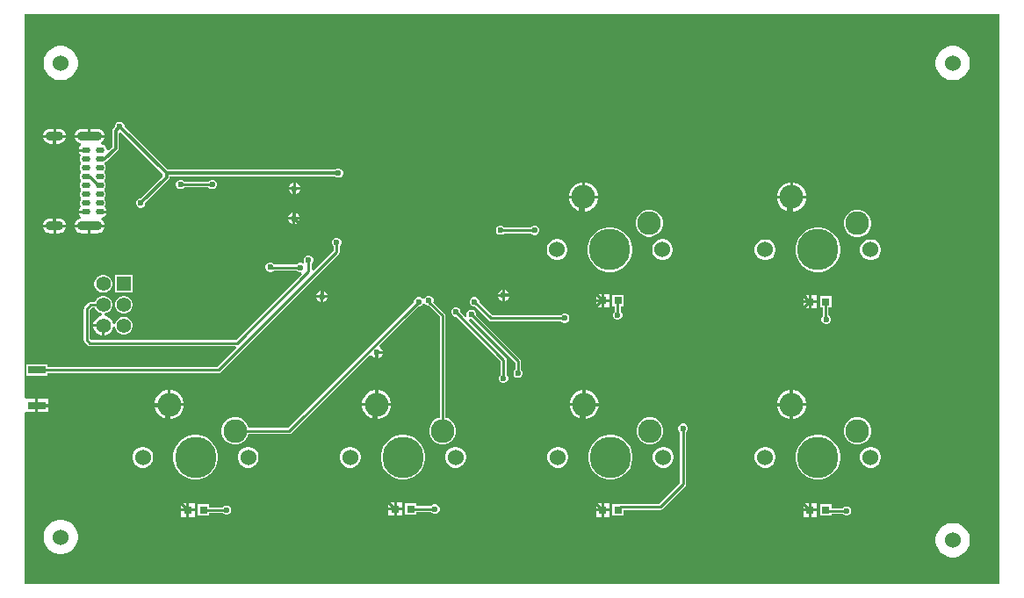
<source format=gbl>
G04*
G04 #@! TF.GenerationSoftware,Altium Limited,CircuitMaker,2.2.1 (2.2.1.6)*
G04*
G04 Layer_Physical_Order=2*
G04 Layer_Color=11436288*
%FSTAX43Y43*%
%MOMM*%
G71*
G04*
G04 #@! TF.SameCoordinates,C8B466FA-36BC-4938-8632-075A3B1F3AF2*
G04*
G04*
G04 #@! TF.FilePolarity,Positive*
G04*
G01*
G75*
%ADD10C,0.254*%
%ADD42C,0.304*%
%ADD43C,0.354*%
%ADD44C,1.524*%
%ADD45C,2.286*%
%ADD46C,3.988*%
%ADD47C,1.397*%
%ADD48R,1.397X1.397*%
%ADD49O,2.400X0.900*%
%ADD50O,0.850X0.580*%
%ADD51O,1.700X0.900*%
%ADD52C,0.600*%
%ADD53R,1.700X0.800*%
%ADD54R,0.800X0.800*%
G36*
X01195Y00258D02*
X00255D01*
Y0042186D01*
X0025596Y0042346D01*
X00257Y0042346D01*
X0026573D01*
Y0043D01*
Y0043654D01*
X00257D01*
X0025596Y0043654D01*
X00255Y0043814D01*
Y00807D01*
X01195D01*
Y00258D01*
D02*
G37*
%LPC*%
G36*
X0115163Y007765D02*
X0114837D01*
X0114519Y0077587D01*
X0114218Y0077462D01*
X0113948Y0077282D01*
X0113718Y0077052D01*
X0113538Y0076782D01*
X0113413Y0076481D01*
X011335Y0076163D01*
Y0075837D01*
X0113413Y0075519D01*
X0113538Y0075218D01*
X0113718Y0074948D01*
X0113948Y0074718D01*
X0114218Y0074538D01*
X0114519Y0074413D01*
X0114837Y007435D01*
X0115163D01*
X0115481Y0074413D01*
X0115782Y0074538D01*
X0116052Y0074718D01*
X0116282Y0074948D01*
X0116462Y0075218D01*
X0116587Y0075519D01*
X011665Y0075837D01*
Y0076163D01*
X0116587Y0076481D01*
X0116462Y0076782D01*
X0116282Y0077052D01*
X0116052Y0077282D01*
X0115782Y0077462D01*
X0115481Y0077587D01*
X0115163Y007765D01*
D02*
G37*
G36*
X0029163D02*
X0028837D01*
X0028519Y0077587D01*
X0028218Y0077462D01*
X0027948Y0077282D01*
X0027718Y0077052D01*
X0027538Y0076782D01*
X0027413Y0076481D01*
X002735Y0076163D01*
Y0075837D01*
X0027413Y0075519D01*
X0027538Y0075218D01*
X0027718Y0074948D01*
X0027948Y0074718D01*
X0028218Y0074538D01*
X0028519Y0074413D01*
X0028837Y007435D01*
X0029163D01*
X0029481Y0074413D01*
X0029782Y0074538D01*
X0030052Y0074718D01*
X0030282Y0074948D01*
X0030462Y0075218D01*
X0030587Y0075519D01*
X003065Y0075837D01*
Y0076163D01*
X0030587Y0076481D01*
X0030462Y0076782D01*
X0030282Y0077052D01*
X0030052Y0077282D01*
X0029782Y0077462D01*
X0029481Y0077587D01*
X0029163Y007765D01*
D02*
G37*
G36*
X003253Y006966D02*
X0031907D01*
Y0069077D01*
X0033223D01*
X0033216Y0069134D01*
X0033145Y0069305D01*
X0033032Y0069452D01*
X0032885Y0069565D01*
X0032714Y0069636D01*
X003253Y006966D01*
D02*
G37*
G36*
X0031653D02*
X003103D01*
X0030846Y0069636D01*
X0030675Y0069565D01*
X0030528Y0069452D01*
X0030415Y0069305D01*
X0030344Y0069134D01*
X0030337Y0069077D01*
X0031653D01*
Y006966D01*
D02*
G37*
G36*
X00288D02*
X0028527D01*
Y0069077D01*
X0029493D01*
X0029486Y0069134D01*
X0029415Y0069305D01*
X0029302Y0069452D01*
X0029155Y0069565D01*
X0028984Y0069636D01*
X00288Y006966D01*
D02*
G37*
G36*
X0028273D02*
X0028D01*
X0027816Y0069636D01*
X0027645Y0069565D01*
X0027498Y0069452D01*
X0027385Y0069305D01*
X0027314Y0069134D01*
X0027307Y0069077D01*
X0028273D01*
Y006966D01*
D02*
G37*
G36*
X0029493Y0068823D02*
X0028527D01*
Y006824D01*
X00288D01*
X0028984Y0068264D01*
X0029155Y0068335D01*
X0029302Y0068448D01*
X0029415Y0068595D01*
X0029486Y0068766D01*
X0029493Y0068823D01*
D02*
G37*
G36*
X0028273D02*
X0027307D01*
X0027314Y0068766D01*
X0027385Y0068595D01*
X0027498Y0068448D01*
X0027645Y0068335D01*
X0027816Y0068264D01*
X0028Y006824D01*
X0028273D01*
Y0068823D01*
D02*
G37*
G36*
X003479Y007035D02*
X003461D01*
X0034445Y0070281D01*
X0034319Y0070155D01*
X003425Y006999D01*
Y0069885D01*
X0034082Y0069718D01*
X0034016Y0069618D01*
X0033992Y00695D01*
Y0067928D01*
X0033642Y0067578D01*
X0033597Y0067583D01*
X0033438Y0067657D01*
X0033407Y0067812D01*
X0033287Y0067992D01*
X0033107Y0068112D01*
X0032947Y0068144D01*
X0032902Y0068284D01*
X0032905Y006835D01*
X0033032Y0068448D01*
X0033145Y0068595D01*
X0033216Y0068766D01*
X0033223Y0068823D01*
X0030337D01*
X0030344Y0068766D01*
X0030415Y0068595D01*
X0030528Y0068448D01*
X0030675Y0068335D01*
X0030846Y0068264D01*
X0030916Y0068255D01*
X0030965Y0068047D01*
X0030883Y0067992D01*
X0030763Y0067812D01*
X0030746Y0067727D01*
X003141D01*
Y0067473D01*
X0030746D01*
X0030763Y0067388D01*
X003086Y0067242D01*
X0030958Y0067067D01*
X0030861Y0066922D01*
X0030826Y006675D01*
X0030861Y0066578D01*
X0030958Y0066433D01*
Y0066217D01*
X0030861Y0066072D01*
X0030826Y00659D01*
X0030861Y0065728D01*
X0030958Y0065583D01*
Y0065367D01*
X0030861Y0065222D01*
X0030826Y006505D01*
X0030861Y0064878D01*
X0030958Y0064733D01*
Y0064517D01*
X0030861Y0064372D01*
X0030826Y00642D01*
X0030861Y0064028D01*
X0030958Y0063883D01*
Y0063667D01*
X0030861Y0063522D01*
X0030826Y006335D01*
X0030861Y0063178D01*
X0030958Y0063033D01*
Y0062817D01*
X0030861Y0062672D01*
X0030826Y00625D01*
X0030861Y0062328D01*
X0030958Y0062183D01*
X003086Y0062008D01*
X0030763Y0061862D01*
X0030746Y0061777D01*
X003141D01*
Y0061523D01*
X0030746D01*
X0030763Y0061438D01*
X0030883Y0061258D01*
X0030965Y0061203D01*
X0030916Y0060995D01*
X0030846Y0060986D01*
X0030675Y0060915D01*
X0030528Y0060802D01*
X0030415Y0060655D01*
X0030344Y0060484D01*
X0030337Y0060427D01*
X0033223D01*
X0033216Y0060484D01*
X0033145Y0060655D01*
X0033032Y0060802D01*
X0032905Y00609D01*
X0032902Y0060966D01*
X0032947Y0061106D01*
X0033107Y0061138D01*
X0033287Y0061258D01*
X0033407Y0061438D01*
X0033424Y0061523D01*
X003276D01*
Y0061777D01*
X0033424D01*
X0033407Y0061862D01*
X003331Y0062008D01*
X0033212Y0062183D01*
X0033309Y0062328D01*
X0033344Y00625D01*
X0033309Y0062672D01*
X0033212Y0062817D01*
Y0063033D01*
X0033309Y0063178D01*
X0033344Y006335D01*
X0033309Y0063522D01*
X0033212Y0063667D01*
Y0063883D01*
X0033309Y0064028D01*
X0033344Y00642D01*
X0033309Y0064372D01*
X0033212Y0064517D01*
Y0064733D01*
X0033309Y0064878D01*
X0033344Y006505D01*
X0033309Y0065222D01*
X0033212Y0065367D01*
Y0065583D01*
X0033309Y0065728D01*
X0033344Y00659D01*
X0033309Y0066072D01*
X0033212Y0066217D01*
Y0066252D01*
X003325Y0066442D01*
X0033368Y0066466D01*
X0033468Y0066532D01*
X0034518Y0067582D01*
X0034518Y0067582D01*
X0034584Y0067682D01*
X0034608Y00678D01*
X0034608Y00678D01*
Y0069227D01*
X0034781Y006934D01*
X0034835Y0069329D01*
X0038853Y0065311D01*
Y0065089D01*
X0036715Y006295D01*
X003661D01*
X0036445Y0062881D01*
X0036319Y0062755D01*
X003625Y006259D01*
Y006241D01*
X0036319Y0062245D01*
X0036445Y0062119D01*
X003661Y006205D01*
X003679D01*
X0036955Y0062119D01*
X0037081Y0062245D01*
X003715Y006241D01*
Y0062515D01*
X0039418Y0064782D01*
X0039418Y0064782D01*
X0039485Y0064882D01*
X0039508Y0065D01*
Y0065092D01*
X0055459D01*
X0055532Y0065018D01*
X0055698Y006495D01*
X0055877D01*
X0056042Y0065018D01*
X0056169Y0065145D01*
X0056237Y006531D01*
Y0065489D01*
X0056169Y0065655D01*
X0056042Y0065781D01*
X0055877Y006585D01*
X0055698D01*
X0055532Y0065781D01*
X0055459Y0065708D01*
X0039328D01*
X003515Y0069885D01*
Y006999D01*
X0035081Y0070155D01*
X0034955Y0070281D01*
X003479Y007035D01*
D02*
G37*
G36*
X004369Y006475D02*
X004351D01*
X0043345Y0064681D01*
X0043239Y0064575D01*
X0040904D01*
X0040805Y0064674D01*
X004064Y0064743D01*
X0040461D01*
X0040295Y0064674D01*
X0040169Y0064548D01*
X00401Y0064382D01*
Y0064203D01*
X0040169Y0064038D01*
X0040295Y0063911D01*
X0040461Y0063843D01*
X004064D01*
X0040805Y0063911D01*
X0040904Y006401D01*
X0043253D01*
X0043345Y0063919D01*
X004351Y006385D01*
X004369D01*
X0043855Y0063919D01*
X0043981Y0064045D01*
X004405Y006421D01*
Y006439D01*
X0043981Y0064555D01*
X0043855Y0064681D01*
X004369Y006475D01*
D02*
G37*
G36*
X005165Y0064468D02*
Y0064048D01*
X005207D01*
X0051993Y0064235D01*
X0051837Y006439D01*
X005165Y0064468D01*
D02*
G37*
G36*
X0051396D02*
X0051209Y006439D01*
X0051054Y0064235D01*
X0050976Y0064048D01*
X0051396D01*
Y0064468D01*
D02*
G37*
G36*
X005207Y0063794D02*
X005165D01*
Y0063374D01*
X0051837Y0063451D01*
X0051993Y0063607D01*
X005207Y0063794D01*
D02*
G37*
G36*
X0051396D02*
X0050976D01*
X0051054Y0063607D01*
X0051209Y0063451D01*
X0051396Y0063374D01*
Y0063794D01*
D02*
G37*
G36*
X0079584Y0064497D02*
X0079527D01*
Y0063227D01*
X0080797D01*
Y0063284D01*
X0080702Y0063639D01*
X0080518Y0063958D01*
X0080258Y0064218D01*
X0079939Y0064402D01*
X0079584Y0064497D01*
D02*
G37*
G36*
X0079273D02*
X0079216D01*
X0078861Y0064402D01*
X0078542Y0064218D01*
X0078282Y0063958D01*
X0078098Y0063639D01*
X0078003Y0063284D01*
Y0063227D01*
X0079273D01*
Y0064497D01*
D02*
G37*
G36*
X0099644Y0064477D02*
X0099587D01*
Y0063207D01*
X0100857D01*
Y0063264D01*
X0100762Y0063619D01*
X0100578Y0063938D01*
X0100318Y0064198D01*
X0099999Y0064382D01*
X0099644Y0064477D01*
D02*
G37*
G36*
X0099333D02*
X0099276D01*
X0098921Y0064382D01*
X0098602Y0064198D01*
X0098342Y0063938D01*
X0098158Y0063619D01*
X0098063Y0063264D01*
Y0063207D01*
X0099333D01*
Y0064477D01*
D02*
G37*
G36*
X0080797Y0062973D02*
X0079527D01*
Y0061703D01*
X0079584D01*
X0079939Y0061798D01*
X0080258Y0061982D01*
X0080518Y0062242D01*
X0080702Y0062561D01*
X0080797Y0062916D01*
Y0062973D01*
D02*
G37*
G36*
X0079273D02*
X0078003D01*
Y0062916D01*
X0078098Y0062561D01*
X0078282Y0062242D01*
X0078542Y0061982D01*
X0078861Y0061798D01*
X0079216Y0061703D01*
X0079273D01*
Y0062973D01*
D02*
G37*
G36*
X0100857Y0062953D02*
X0099587D01*
Y0061683D01*
X0099644D01*
X0099999Y0061778D01*
X0100318Y0061962D01*
X0100578Y0062222D01*
X0100762Y0062541D01*
X0100857Y0062896D01*
Y0062953D01*
D02*
G37*
G36*
X0099333D02*
X0098063D01*
Y0062896D01*
X0098158Y0062541D01*
X0098342Y0062222D01*
X0098602Y0061962D01*
X0098921Y0061778D01*
X0099276Y0061683D01*
X0099333D01*
Y0062953D01*
D02*
G37*
G36*
X0051634Y0061584D02*
Y0061164D01*
X0052054D01*
X0051977Y0061351D01*
X0051821Y0061507D01*
X0051634Y0061584D01*
D02*
G37*
G36*
X005138D02*
X0051193Y0061507D01*
X0051038Y0061351D01*
X005096Y0061164D01*
X005138D01*
Y0061584D01*
D02*
G37*
G36*
X0052054Y006091D02*
X0051634D01*
Y006049D01*
X0051821Y0060568D01*
X0051977Y0060723D01*
X0052054Y006091D01*
D02*
G37*
G36*
X005138D02*
X005096D01*
X0051038Y0060723D01*
X0051193Y0060568D01*
X005138Y006049D01*
Y006091D01*
D02*
G37*
G36*
X00288Y006101D02*
X0028527D01*
Y0060427D01*
X0029493D01*
X0029486Y0060484D01*
X0029415Y0060655D01*
X0029302Y0060802D01*
X0029155Y0060915D01*
X0028984Y0060986D01*
X00288Y006101D01*
D02*
G37*
G36*
X0028273D02*
X0028D01*
X0027816Y0060986D01*
X0027645Y0060915D01*
X0027498Y0060802D01*
X0027385Y0060655D01*
X0027314Y0060484D01*
X0027307Y0060427D01*
X0028273D01*
Y006101D01*
D02*
G37*
G36*
X0033223Y0060173D02*
X0031907D01*
Y005959D01*
X003253D01*
X0032714Y0059614D01*
X0032885Y0059685D01*
X0033032Y0059798D01*
X0033145Y0059945D01*
X0033216Y0060116D01*
X0033223Y0060173D01*
D02*
G37*
G36*
X0031653D02*
X0030337D01*
X0030344Y0060116D01*
X0030415Y0059945D01*
X0030528Y0059798D01*
X0030675Y0059685D01*
X0030846Y0059614D01*
X003103Y005959D01*
X0031653D01*
Y0060173D01*
D02*
G37*
G36*
X0029493D02*
X0028527D01*
Y005959D01*
X00288D01*
X0028984Y0059614D01*
X0029155Y0059685D01*
X0029302Y0059798D01*
X0029415Y0059945D01*
X0029486Y0060116D01*
X0029493Y0060173D01*
D02*
G37*
G36*
X0028273D02*
X0027307D01*
X0027314Y0060116D01*
X0027385Y0059945D01*
X0027498Y0059798D01*
X0027645Y0059685D01*
X0027816Y0059614D01*
X0028Y005959D01*
X0028273D01*
Y0060173D01*
D02*
G37*
G36*
X007149Y006035D02*
X007131D01*
X0071145Y0060281D01*
X0071019Y0060155D01*
X007095Y005999D01*
Y005981D01*
X0071019Y0059645D01*
X0071145Y0059519D01*
X007131Y005945D01*
X007149D01*
X0071655Y0059519D01*
X0071731Y0059595D01*
X0074327D01*
X0074426Y0059496D01*
X0074591Y0059427D01*
X007477D01*
X0074936Y0059496D01*
X0075062Y0059622D01*
X0075131Y0059788D01*
Y0059967D01*
X0075062Y0060132D01*
X0074936Y0060259D01*
X007477Y0060327D01*
X0074591D01*
X0074426Y0060259D01*
X0074327Y006016D01*
X0071777D01*
X0071655Y0060281D01*
X007149Y006035D01*
D02*
G37*
G36*
X008592Y0061853D02*
X008558D01*
X0085251Y0061765D01*
X0084956Y0061595D01*
X0084715Y0061354D01*
X0084545Y0061059D01*
X0084457Y006073D01*
Y006039D01*
X0084545Y0060061D01*
X0084715Y0059766D01*
X0084956Y0059525D01*
X0085251Y0059355D01*
X008558Y0059267D01*
X008592D01*
X0086249Y0059355D01*
X0086544Y0059525D01*
X0086785Y0059766D01*
X0086955Y0060061D01*
X0087043Y006039D01*
Y006073D01*
X0086955Y0061059D01*
X0086785Y0061354D01*
X0086544Y0061595D01*
X0086249Y0061765D01*
X008592Y0061853D01*
D02*
G37*
G36*
X010598Y0061833D02*
X010564D01*
X0105311Y0061745D01*
X0105016Y0061575D01*
X0104775Y0061334D01*
X0104605Y0061039D01*
X0104517Y006071D01*
Y006037D01*
X0104605Y0060041D01*
X0104775Y0059746D01*
X0105016Y0059505D01*
X0105311Y0059335D01*
X010564Y0059247D01*
X010598D01*
X0106309Y0059335D01*
X0106604Y0059505D01*
X0106845Y0059746D01*
X0107015Y0060041D01*
X0107103Y006037D01*
Y006071D01*
X0107015Y0061039D01*
X0106845Y0061334D01*
X0106604Y0061575D01*
X0106309Y0061745D01*
X010598Y0061833D01*
D02*
G37*
G36*
X0087152Y0059021D02*
X0086888D01*
X0086634Y0058953D01*
X0086405Y0058821D01*
X0086219Y0058635D01*
X0086087Y0058406D01*
X0086019Y0058152D01*
Y0057888D01*
X0086087Y0057634D01*
X0086219Y0057405D01*
X0086405Y0057219D01*
X0086634Y0057087D01*
X0086888Y0057019D01*
X0087152D01*
X0087406Y0057087D01*
X0087635Y0057219D01*
X0087821Y0057405D01*
X0087953Y0057634D01*
X0088021Y0057888D01*
Y0058152D01*
X0087953Y0058406D01*
X0087821Y0058635D01*
X0087635Y0058821D01*
X0087406Y0058953D01*
X0087152Y0059021D01*
D02*
G37*
G36*
X0076992D02*
X0076728D01*
X0076474Y0058953D01*
X0076245Y0058821D01*
X0076059Y0058635D01*
X0075927Y0058406D01*
X0075859Y0058152D01*
Y0057888D01*
X0075927Y0057634D01*
X0076059Y0057405D01*
X0076245Y0057219D01*
X0076474Y0057087D01*
X0076728Y0057019D01*
X0076992D01*
X0077246Y0057087D01*
X0077475Y0057219D01*
X0077661Y0057405D01*
X0077793Y0057634D01*
X0077861Y0057888D01*
Y0058152D01*
X0077793Y0058406D01*
X0077661Y0058635D01*
X0077475Y0058821D01*
X0077246Y0058953D01*
X0076992Y0059021D01*
D02*
G37*
G36*
X0107212Y0059001D02*
X0106948D01*
X0106694Y0058933D01*
X0106465Y0058801D01*
X0106279Y0058615D01*
X0106147Y0058386D01*
X0106079Y0058132D01*
Y0057868D01*
X0106147Y0057614D01*
X0106279Y0057385D01*
X0106465Y0057199D01*
X0106694Y0057067D01*
X0106948Y0056999D01*
X0107212D01*
X0107466Y0057067D01*
X0107695Y0057199D01*
X0107881Y0057385D01*
X0108013Y0057614D01*
X0108081Y0057868D01*
Y0058132D01*
X0108013Y0058386D01*
X0107881Y0058615D01*
X0107695Y0058801D01*
X0107466Y0058933D01*
X0107212Y0059001D01*
D02*
G37*
G36*
X0097052D02*
X0096788D01*
X0096534Y0058933D01*
X0096305Y0058801D01*
X0096119Y0058615D01*
X0095987Y0058386D01*
X0095919Y0058132D01*
Y0057868D01*
X0095987Y0057614D01*
X0096119Y0057385D01*
X0096305Y0057199D01*
X0096534Y0057067D01*
X0096788Y0056999D01*
X0097052D01*
X0097306Y0057067D01*
X0097535Y0057199D01*
X0097721Y0057385D01*
X0097853Y0057614D01*
X0097921Y0057868D01*
Y0058132D01*
X0097853Y0058386D01*
X0097721Y0058615D01*
X0097535Y0058801D01*
X0097306Y0058933D01*
X0097052Y0059001D01*
D02*
G37*
G36*
X005569Y005915D02*
X005551D01*
X0055345Y0059081D01*
X0055219Y0058955D01*
X005515Y005879D01*
Y005861D01*
X0055219Y0058445D01*
X0055318Y0058346D01*
Y0057917D01*
X0053382Y0055982D01*
X0053182Y0056065D01*
Y0056646D01*
X0053281Y0056745D01*
X005335Y005691D01*
Y005709D01*
X0053281Y0057255D01*
X0053155Y0057381D01*
X005299Y005745D01*
X005281D01*
X0052645Y0057381D01*
X0052519Y0057255D01*
X005245Y005709D01*
Y005691D01*
X0052484Y0056828D01*
X0052422Y0056757D01*
X0052323Y0056695D01*
X005219Y005675D01*
X005201D01*
X0051845Y0056681D01*
X0051746Y0056582D01*
X0049576D01*
X0049466Y0056693D01*
X00493Y0056761D01*
X0049121D01*
X0048956Y0056693D01*
X0048829Y0056566D01*
X0048761Y0056401D01*
Y0056222D01*
X0048829Y0056056D01*
X0048956Y005593D01*
X0049121Y0055861D01*
X00493D01*
X0049466Y005593D01*
X0049554Y0056018D01*
X0051746D01*
X0051845Y0055919D01*
X005201Y005585D01*
X0052168D01*
X0052213Y0055794D01*
X0052266Y0055665D01*
X0045883Y0049282D01*
X0031917D01*
X0031782Y0049417D01*
Y0052183D01*
X0032017Y0052418D01*
X0032297D01*
X0032309Y0052372D01*
X0032421Y0052179D01*
X0032579Y0052021D01*
X0032772Y0051909D01*
X0032988Y0051852D01*
X0032986Y0051653D01*
X0032975D01*
X0032732Y0051588D01*
X0032515Y0051462D01*
X0032338Y0051285D01*
X0032212Y0051068D01*
X0032148Y0050827D01*
X00331D01*
Y00507D01*
X0033227D01*
Y0049748D01*
X0033468Y0049812D01*
X0033685Y0049938D01*
X0033862Y0050115D01*
X0033988Y0050332D01*
X0034053Y0050575D01*
Y0050586D01*
X0034251Y0050588D01*
X0034309Y0050372D01*
X0034421Y0050179D01*
X0034579Y0050021D01*
X0034772Y0049909D01*
X0034988Y0049852D01*
X0035212D01*
X0035428Y0049909D01*
X0035621Y0050021D01*
X0035779Y0050179D01*
X0035891Y0050372D01*
X0035949Y0050588D01*
Y0050812D01*
X0035891Y0051028D01*
X0035779Y0051221D01*
X0035621Y0051379D01*
X0035428Y0051491D01*
X0035212Y0051549D01*
X0034988D01*
X0034772Y0051491D01*
X0034579Y0051379D01*
X0034421Y0051221D01*
X0034309Y0051028D01*
X0034251Y0050812D01*
X0034053Y0050814D01*
Y0050825D01*
X0033988Y0051068D01*
X0033862Y0051285D01*
X0033685Y0051462D01*
X0033468Y0051588D01*
X0033225Y0051653D01*
X0033214D01*
X0033212Y0051852D01*
X0033428Y0051909D01*
X0033621Y0052021D01*
X0033779Y0052179D01*
X0033891Y0052372D01*
X0033949Y0052588D01*
Y0052812D01*
X0033891Y0053028D01*
X0033779Y0053221D01*
X0033621Y0053379D01*
X0033428Y0053491D01*
X0033212Y0053549D01*
X0032988D01*
X0032772Y0053491D01*
X0032579Y0053379D01*
X0032421Y0053221D01*
X0032309Y0053028D01*
X0032297Y0052982D01*
X00319D01*
X00319Y0052982D01*
X0031792Y0052961D01*
X00317Y00529D01*
X00317Y00529D01*
X00313Y00525D01*
X0031239Y0052408D01*
X0031218Y00523D01*
X0031218Y00523D01*
Y00493D01*
X0031218Y00493D01*
X0031239Y0049192D01*
X00313Y00491D01*
X00316Y00488D01*
X00316Y00488D01*
X0031692Y0048739D01*
X00318Y0048718D01*
X00318Y0048718D01*
X0045835D01*
X0045918Y0048518D01*
X0044083Y0046682D01*
X00277D01*
Y004695D01*
X00257D01*
Y004585D01*
X00277D01*
Y0046118D01*
X00442D01*
X00442Y0046118D01*
X0044308Y0046139D01*
X00444Y00462D01*
X00558Y00576D01*
X00558Y00576D01*
X0055861Y0057692D01*
X0055882Y00578D01*
X0055882Y00578D01*
Y0058346D01*
X0055981Y0058445D01*
X005605Y005861D01*
Y005879D01*
X0055981Y0058955D01*
X0055855Y0059081D01*
X005569Y005915D01*
D02*
G37*
G36*
X0082151Y0060164D02*
X0081729D01*
X0081315Y0060082D01*
X0080924Y005992D01*
X0080573Y0059685D01*
X0080275Y0059387D01*
X008004Y0059036D01*
X0079878Y0058645D01*
X0079796Y0058231D01*
Y0057809D01*
X0079878Y0057395D01*
X008004Y0057004D01*
X0080275Y0056653D01*
X0080573Y0056355D01*
X0080924Y005612D01*
X0081315Y0055958D01*
X0081729Y0055876D01*
X0082151D01*
X0082565Y0055958D01*
X0082956Y005612D01*
X0083307Y0056355D01*
X0083605Y0056653D01*
X008384Y0057004D01*
X0084002Y0057395D01*
X0084084Y0057809D01*
Y0058231D01*
X0084002Y0058645D01*
X008384Y0059036D01*
X0083605Y0059387D01*
X0083307Y0059685D01*
X0082956Y005992D01*
X0082565Y0060082D01*
X0082151Y0060164D01*
D02*
G37*
G36*
X0102211Y0060144D02*
X0101789D01*
X0101375Y0060062D01*
X0100984Y00599D01*
X0100633Y0059665D01*
X0100335Y0059367D01*
X01001Y0059016D01*
X0099938Y0058625D01*
X0099856Y0058211D01*
Y0057789D01*
X0099938Y0057375D01*
X01001Y0056984D01*
X0100335Y0056633D01*
X0100633Y0056335D01*
X0100984Y00561D01*
X0101375Y0055938D01*
X0101789Y0055856D01*
X0102211D01*
X0102625Y0055938D01*
X0103016Y00561D01*
X0103367Y0056335D01*
X0103665Y0056633D01*
X01039Y0056984D01*
X0104062Y0057375D01*
X0104144Y0057789D01*
Y0058211D01*
X0104062Y0058625D01*
X01039Y0059016D01*
X0103665Y0059367D01*
X0103367Y0059665D01*
X0103016Y00599D01*
X0102625Y0060062D01*
X0102211Y0060144D01*
D02*
G37*
G36*
X0035949Y0055549D02*
X0034251D01*
Y0053852D01*
X0035949D01*
Y0055549D01*
D02*
G37*
G36*
X0033212D02*
X0032988D01*
X0032772Y0055491D01*
X0032579Y0055379D01*
X0032421Y0055221D01*
X0032309Y0055028D01*
X0032251Y0054812D01*
Y0054588D01*
X0032309Y0054372D01*
X0032421Y0054179D01*
X0032579Y0054021D01*
X0032772Y0053909D01*
X0032988Y0053852D01*
X0033212D01*
X0033428Y0053909D01*
X0033621Y0054021D01*
X0033779Y0054179D01*
X0033891Y0054372D01*
X0033949Y0054588D01*
Y0054812D01*
X0033891Y0055028D01*
X0033779Y0055221D01*
X0033621Y0055379D01*
X0033428Y0055491D01*
X0033212Y0055549D01*
D02*
G37*
G36*
X0071827Y0054147D02*
Y0053727D01*
X0072247D01*
X007217Y0053914D01*
X0072014Y005407D01*
X0071827Y0054147D01*
D02*
G37*
G36*
X0071573D02*
X0071386Y005407D01*
X007123Y0053914D01*
X0071153Y0053727D01*
X0071573D01*
Y0054147D01*
D02*
G37*
G36*
X0054327Y0054047D02*
Y0053627D01*
X0054747D01*
X005467Y0053814D01*
X0054514Y005397D01*
X0054327Y0054047D01*
D02*
G37*
G36*
X0054073D02*
X0053886Y005397D01*
X005373Y0053814D01*
X0053653Y0053627D01*
X0054073D01*
Y0054047D01*
D02*
G37*
G36*
X006459Y005355D02*
X006441D01*
X0064245Y0053481D01*
X0064119Y0053355D01*
X0064088Y005328D01*
X0063966Y0053265D01*
X0063867Y005327D01*
X0063755Y0053381D01*
X006359Y005345D01*
X006341D01*
X0063245Y0053381D01*
X0063119Y0053255D01*
X006305Y005309D01*
Y0052949D01*
X0050923Y0040822D01*
X0047073D01*
X0047015Y0041039D01*
X0046845Y0041334D01*
X0046604Y0041575D01*
X0046309Y0041745D01*
X004598Y0041833D01*
X004564D01*
X0045311Y0041745D01*
X0045016Y0041575D01*
X0044775Y0041334D01*
X0044605Y0041039D01*
X0044517Y004071D01*
Y004037D01*
X0044605Y0040041D01*
X0044775Y0039746D01*
X0045016Y0039505D01*
X0045311Y0039335D01*
X004564Y0039247D01*
X004598D01*
X0046309Y0039335D01*
X0046604Y0039505D01*
X0046845Y0039746D01*
X0047015Y0040041D01*
X0047073Y0040258D01*
X005104D01*
X005104Y0040258D01*
X0051148Y0040279D01*
X005124Y004034D01*
X0058776Y0047877D01*
X0059012Y004783D01*
X005903Y0047786D01*
X0059186Y004763D01*
X0059373Y0047553D01*
Y00481D01*
X00595D01*
Y0048227D01*
X0060047D01*
X005997Y0048414D01*
X0059814Y004857D01*
X005977Y0048588D01*
X0059723Y0048824D01*
X0063449Y005255D01*
X006359D01*
X0063755Y0052619D01*
X0063881Y0052745D01*
X0063912Y005282D01*
X0064034Y0052835D01*
X0064133Y005283D01*
X0064245Y0052719D01*
X006441Y005265D01*
X0064451D01*
X0065528Y0051573D01*
Y0041803D01*
X0065311Y0041745D01*
X0065016Y0041575D01*
X0064775Y0041334D01*
X0064605Y0041039D01*
X0064517Y004071D01*
Y004037D01*
X0064605Y0040041D01*
X0064775Y0039746D01*
X0065016Y0039505D01*
X0065311Y0039335D01*
X006564Y0039247D01*
X006598D01*
X0066309Y0039335D01*
X0066604Y0039505D01*
X0066845Y0039746D01*
X0067015Y0040041D01*
X0067103Y004037D01*
Y004071D01*
X0067015Y0041039D01*
X0066845Y0041334D01*
X0066604Y0041575D01*
X0066309Y0041745D01*
X0066092Y0041803D01*
Y005169D01*
X0066092Y005169D01*
X0066071Y0051798D01*
X006601Y005189D01*
X006601Y005189D01*
X0064932Y0052967D01*
X006495Y005301D01*
Y005319D01*
X0064881Y0053355D01*
X0064755Y0053481D01*
X006459Y005355D01*
D02*
G37*
G36*
X0081904Y0053754D02*
X0081377D01*
Y0053227D01*
X0081904D01*
Y0053754D01*
D02*
G37*
G36*
X0081123D02*
X0080596D01*
Y0053227D01*
X0081123D01*
Y0053754D01*
D02*
G37*
G36*
X0101904Y0053654D02*
X0101377D01*
Y0053127D01*
X0101904D01*
Y0053654D01*
D02*
G37*
G36*
X0101123D02*
X0100596D01*
Y0053127D01*
X0101123D01*
Y0053654D01*
D02*
G37*
G36*
X0072247Y0053473D02*
X0071827D01*
Y0053053D01*
X0072014Y005313D01*
X007217Y0053286D01*
X0072247Y0053473D01*
D02*
G37*
G36*
X0071573D02*
X0071153D01*
X007123Y0053286D01*
X0071386Y005313D01*
X0071573Y0053053D01*
Y0053473D01*
D02*
G37*
G36*
X0054747Y0053373D02*
X0054327D01*
Y0052953D01*
X0054514Y005303D01*
X005467Y0053186D01*
X0054747Y0053373D01*
D02*
G37*
G36*
X0054073D02*
X0053653D01*
X005373Y0053186D01*
X0053886Y005303D01*
X0054073Y0052953D01*
Y0053373D01*
D02*
G37*
G36*
X0081904Y0052973D02*
X0081377D01*
Y0052446D01*
X0081904D01*
Y0052973D01*
D02*
G37*
G36*
X0081123D02*
X0080596D01*
Y0052446D01*
X0081123D01*
Y0052973D01*
D02*
G37*
G36*
X0101904Y0052873D02*
X0101377D01*
Y0052346D01*
X0101904D01*
Y0052873D01*
D02*
G37*
G36*
X0101123D02*
X0100596D01*
Y0052346D01*
X0101123D01*
Y0052873D01*
D02*
G37*
G36*
X0035212Y0053549D02*
X0034988D01*
X0034772Y0053491D01*
X0034579Y0053379D01*
X0034421Y0053221D01*
X0034309Y0053028D01*
X0034251Y0052812D01*
Y0052588D01*
X0034309Y0052372D01*
X0034421Y0052179D01*
X0034579Y0052021D01*
X0034772Y0051909D01*
X0034988Y0051852D01*
X0035212D01*
X0035428Y0051909D01*
X0035621Y0052021D01*
X0035779Y0052179D01*
X0035891Y0052372D01*
X0035949Y0052588D01*
Y0052812D01*
X0035891Y0053028D01*
X0035779Y0053221D01*
X0035621Y0053379D01*
X0035428Y0053491D01*
X0035212Y0053549D01*
D02*
G37*
G36*
X00833Y005365D02*
X00822D01*
Y005255D01*
X0082418D01*
Y0052054D01*
X0082319Y0051955D01*
X008225Y005179D01*
Y005161D01*
X0082319Y0051445D01*
X0082445Y0051319D01*
X008261Y005125D01*
X008279D01*
X0082955Y0051319D01*
X0083081Y0051445D01*
X008315Y005161D01*
Y005179D01*
X0083081Y0051955D01*
X0082982Y0052054D01*
Y005255D01*
X00833D01*
Y005365D01*
D02*
G37*
G36*
X006899Y005345D02*
X006881D01*
X0068645Y0053381D01*
X0068519Y0053255D01*
X006845Y005309D01*
Y005291D01*
X0068519Y0052745D01*
X0068645Y0052619D01*
X006881Y005255D01*
X0068951D01*
X00703Y00512D01*
X00703Y00512D01*
X0070392Y0051139D01*
X00705Y0051118D01*
X0077246D01*
X0077345Y0051019D01*
X007751Y005095D01*
X007769D01*
X0077855Y0051019D01*
X0077981Y0051145D01*
X007805Y005131D01*
Y005149D01*
X0077981Y0051655D01*
X0077855Y0051781D01*
X007769Y005185D01*
X007751D01*
X0077345Y0051781D01*
X0077246Y0051682D01*
X0070617D01*
X006935Y0052949D01*
Y005309D01*
X0069281Y0053255D01*
X0069155Y0053381D01*
X006899Y005345D01*
D02*
G37*
G36*
X01033Y005355D02*
X01022D01*
Y005245D01*
X0102468D01*
Y0051604D01*
X0102419Y0051555D01*
X010235Y005139D01*
Y005121D01*
X0102419Y0051045D01*
X0102545Y0050919D01*
X010271Y005085D01*
X010289D01*
X0103055Y0050919D01*
X0103181Y0051045D01*
X010325Y005121D01*
Y005139D01*
X0103181Y0051555D01*
X0103055Y0051681D01*
X0103032Y0051691D01*
Y005245D01*
X01033D01*
Y005355D01*
D02*
G37*
G36*
X0032973Y0050573D02*
X0032148D01*
X0032212Y0050332D01*
X0032338Y0050115D01*
X0032515Y0049938D01*
X0032732Y0049812D01*
X0032973Y0049748D01*
Y0050573D01*
D02*
G37*
G36*
X0060047Y0047973D02*
X0059627D01*
Y0047553D01*
X0059814Y004763D01*
X005997Y0047786D01*
X0060047Y0047973D01*
D02*
G37*
G36*
X006719Y005245D02*
X006701D01*
X0066845Y0052381D01*
X0066719Y0052255D01*
X006665Y005209D01*
Y005191D01*
X0066719Y0051745D01*
X0066845Y0051619D01*
X006701Y005155D01*
X0067151D01*
X0071418Y0047283D01*
Y0045954D01*
X0071319Y0045855D01*
X007125Y004569D01*
Y004551D01*
X0071319Y0045345D01*
X0071445Y0045219D01*
X007161Y004515D01*
X007179D01*
X0071955Y0045219D01*
X0072081Y0045345D01*
X007215Y004551D01*
Y004569D01*
X0072081Y0045855D01*
X0071982Y0045954D01*
Y00474D01*
X0071961Y0047508D01*
X00719Y00476D01*
X00719Y00476D01*
X0068305Y0051195D01*
X0068418Y0051364D01*
X0068498Y0051331D01*
X0068638D01*
X0072818Y0047151D01*
Y0046454D01*
X0072719Y0046355D01*
X007265Y004619D01*
Y004601D01*
X0072719Y0045845D01*
X0072845Y0045719D01*
X007301Y004565D01*
X007319D01*
X0073355Y0045719D01*
X0073481Y0045845D01*
X007355Y004601D01*
Y004619D01*
X0073481Y0046355D01*
X0073382Y0046454D01*
Y0047268D01*
X0073361Y0047376D01*
X00733Y0047468D01*
X0069037Y0051731D01*
Y0051871D01*
X0068969Y0052036D01*
X0068842Y0052163D01*
X0068677Y0052231D01*
X0068498D01*
X0068332Y0052163D01*
X0068206Y0052036D01*
X0068137Y0051871D01*
Y0051692D01*
X006817Y0051612D01*
X0068001Y0051499D01*
X006755Y0051949D01*
Y005209D01*
X0067481Y0052255D01*
X0067355Y0052381D01*
X006719Y005245D01*
D02*
G37*
G36*
X0039644Y0044477D02*
X0039587D01*
Y0043207D01*
X0040857D01*
Y0043264D01*
X0040762Y0043619D01*
X0040578Y0043938D01*
X0040318Y0044198D01*
X0039999Y0044382D01*
X0039644Y0044477D01*
D02*
G37*
G36*
X0099644D02*
X0099587D01*
Y0043207D01*
X0100857D01*
Y0043264D01*
X0100762Y0043619D01*
X0100578Y0043938D01*
X0100318Y0044198D01*
X0099999Y0044382D01*
X0099644Y0044477D01*
D02*
G37*
G36*
X0079644D02*
X0079587D01*
Y0043207D01*
X0080857D01*
Y0043264D01*
X0080762Y0043619D01*
X0080578Y0043938D01*
X0080318Y0044198D01*
X0079999Y0044382D01*
X0079644Y0044477D01*
D02*
G37*
G36*
X0059644D02*
X0059587D01*
Y0043207D01*
X0060857D01*
Y0043264D01*
X0060762Y0043619D01*
X0060578Y0043938D01*
X0060318Y0044198D01*
X0059999Y0044382D01*
X0059644Y0044477D01*
D02*
G37*
G36*
X0079333D02*
X0079276D01*
X0078921Y0044382D01*
X0078602Y0044198D01*
X0078342Y0043938D01*
X0078158Y0043619D01*
X0078063Y0043264D01*
Y0043207D01*
X0079333D01*
Y0044477D01*
D02*
G37*
G36*
X0059333D02*
X0059276D01*
X0058921Y0044382D01*
X0058602Y0044198D01*
X0058342Y0043938D01*
X0058158Y0043619D01*
X0058063Y0043264D01*
Y0043207D01*
X0059333D01*
Y0044477D01*
D02*
G37*
G36*
X0039333D02*
X0039276D01*
X0038921Y0044382D01*
X0038602Y0044198D01*
X0038342Y0043938D01*
X0038158Y0043619D01*
X0038063Y0043264D01*
Y0043207D01*
X0039333D01*
Y0044477D01*
D02*
G37*
G36*
X0099333D02*
X0099276D01*
X0098921Y0044382D01*
X0098602Y0044198D01*
X0098342Y0043938D01*
X0098158Y0043619D01*
X0098063Y0043264D01*
Y0043207D01*
X0099333D01*
Y0044477D01*
D02*
G37*
G36*
X0026827Y0043654D02*
Y0043127D01*
X0027804D01*
Y0043654D01*
X0026827D01*
D02*
G37*
G36*
X0027804Y0042873D02*
X0026827D01*
Y0042346D01*
X0027804D01*
Y0042873D01*
D02*
G37*
G36*
X0100857Y0042953D02*
X0099587D01*
Y0041683D01*
X0099644D01*
X0099999Y0041778D01*
X0100318Y0041962D01*
X0100578Y0042222D01*
X0100762Y0042541D01*
X0100857Y0042896D01*
Y0042953D01*
D02*
G37*
G36*
X0099333D02*
X0098063D01*
Y0042896D01*
X0098158Y0042541D01*
X0098342Y0042222D01*
X0098602Y0041962D01*
X0098921Y0041778D01*
X0099276Y0041683D01*
X0099333D01*
Y0042953D01*
D02*
G37*
G36*
X0080857D02*
X0079587D01*
Y0041683D01*
X0079644D01*
X0079999Y0041778D01*
X0080318Y0041962D01*
X0080578Y0042222D01*
X0080762Y0042541D01*
X0080857Y0042896D01*
Y0042953D01*
D02*
G37*
G36*
X0079333D02*
X0078063D01*
Y0042896D01*
X0078158Y0042541D01*
X0078342Y0042222D01*
X0078602Y0041962D01*
X0078921Y0041778D01*
X0079276Y0041683D01*
X0079333D01*
Y0042953D01*
D02*
G37*
G36*
X0060857D02*
X0059587D01*
Y0041683D01*
X0059644D01*
X0059999Y0041778D01*
X0060318Y0041962D01*
X0060578Y0042222D01*
X0060762Y0042541D01*
X0060857Y0042896D01*
Y0042953D01*
D02*
G37*
G36*
X0059333D02*
X0058063D01*
Y0042896D01*
X0058158Y0042541D01*
X0058342Y0042222D01*
X0058602Y0041962D01*
X0058921Y0041778D01*
X0059276Y0041683D01*
X0059333D01*
Y0042953D01*
D02*
G37*
G36*
X0040857D02*
X0039587D01*
Y0041683D01*
X0039644D01*
X0039999Y0041778D01*
X0040318Y0041962D01*
X0040578Y0042222D01*
X0040762Y0042541D01*
X0040857Y0042896D01*
Y0042953D01*
D02*
G37*
G36*
X0039333D02*
X0038063D01*
Y0042896D01*
X0038158Y0042541D01*
X0038342Y0042222D01*
X0038602Y0041962D01*
X0038921Y0041778D01*
X0039276Y0041683D01*
X0039333D01*
Y0042953D01*
D02*
G37*
G36*
X010598Y0041833D02*
X010564D01*
X0105311Y0041745D01*
X0105016Y0041575D01*
X0104775Y0041334D01*
X0104605Y0041039D01*
X0104517Y004071D01*
Y004037D01*
X0104605Y0040041D01*
X0104775Y0039746D01*
X0105016Y0039505D01*
X0105311Y0039335D01*
X010564Y0039247D01*
X010598D01*
X0106309Y0039335D01*
X0106604Y0039505D01*
X0106845Y0039746D01*
X0107015Y0040041D01*
X0107103Y004037D01*
Y004071D01*
X0107015Y0041039D01*
X0106845Y0041334D01*
X0106604Y0041575D01*
X0106309Y0041745D01*
X010598Y0041833D01*
D02*
G37*
G36*
X008598D02*
X008564D01*
X0085311Y0041745D01*
X0085016Y0041575D01*
X0084775Y0041334D01*
X0084605Y0041039D01*
X0084517Y004071D01*
Y004037D01*
X0084605Y0040041D01*
X0084775Y0039746D01*
X0085016Y0039505D01*
X0085311Y0039335D01*
X008564Y0039247D01*
X008598D01*
X0086309Y0039335D01*
X0086604Y0039505D01*
X0086845Y0039746D01*
X0087015Y0040041D01*
X0087103Y004037D01*
Y004071D01*
X0087015Y0041039D01*
X0086845Y0041334D01*
X0086604Y0041575D01*
X0086309Y0041745D01*
X008598Y0041833D01*
D02*
G37*
G36*
X0107212Y0039001D02*
X0106948D01*
X0106694Y0038933D01*
X0106465Y0038801D01*
X0106279Y0038615D01*
X0106147Y0038386D01*
X0106079Y0038132D01*
Y0037868D01*
X0106147Y0037614D01*
X0106279Y0037385D01*
X0106465Y0037199D01*
X0106694Y0037067D01*
X0106948Y0036999D01*
X0107212D01*
X0107466Y0037067D01*
X0107695Y0037199D01*
X0107881Y0037385D01*
X0108013Y0037614D01*
X0108081Y0037868D01*
Y0038132D01*
X0108013Y0038386D01*
X0107881Y0038615D01*
X0107695Y0038801D01*
X0107466Y0038933D01*
X0107212Y0039001D01*
D02*
G37*
G36*
X0097052D02*
X0096788D01*
X0096534Y0038933D01*
X0096305Y0038801D01*
X0096119Y0038615D01*
X0095987Y0038386D01*
X0095919Y0038132D01*
Y0037868D01*
X0095987Y0037614D01*
X0096119Y0037385D01*
X0096305Y0037199D01*
X0096534Y0037067D01*
X0096788Y0036999D01*
X0097052D01*
X0097306Y0037067D01*
X0097535Y0037199D01*
X0097721Y0037385D01*
X0097853Y0037614D01*
X0097921Y0037868D01*
Y0038132D01*
X0097853Y0038386D01*
X0097721Y0038615D01*
X0097535Y0038801D01*
X0097306Y0038933D01*
X0097052Y0039001D01*
D02*
G37*
G36*
X0087212D02*
X0086948D01*
X0086694Y0038933D01*
X0086465Y0038801D01*
X0086279Y0038615D01*
X0086147Y0038386D01*
X0086079Y0038132D01*
Y0037868D01*
X0086147Y0037614D01*
X0086279Y0037385D01*
X0086465Y0037199D01*
X0086694Y0037067D01*
X0086948Y0036999D01*
X0087212D01*
X0087466Y0037067D01*
X0087695Y0037199D01*
X0087881Y0037385D01*
X0088013Y0037614D01*
X0088081Y0037868D01*
Y0038132D01*
X0088013Y0038386D01*
X0087881Y0038615D01*
X0087695Y0038801D01*
X0087466Y0038933D01*
X0087212Y0039001D01*
D02*
G37*
G36*
X0077052D02*
X0076788D01*
X0076534Y0038933D01*
X0076305Y0038801D01*
X0076119Y0038615D01*
X0075987Y0038386D01*
X0075919Y0038132D01*
Y0037868D01*
X0075987Y0037614D01*
X0076119Y0037385D01*
X0076305Y0037199D01*
X0076534Y0037067D01*
X0076788Y0036999D01*
X0077052D01*
X0077306Y0037067D01*
X0077535Y0037199D01*
X0077721Y0037385D01*
X0077853Y0037614D01*
X0077921Y0037868D01*
Y0038132D01*
X0077853Y0038386D01*
X0077721Y0038615D01*
X0077535Y0038801D01*
X0077306Y0038933D01*
X0077052Y0039001D01*
D02*
G37*
G36*
X0067212D02*
X0066948D01*
X0066694Y0038933D01*
X0066465Y0038801D01*
X0066279Y0038615D01*
X0066147Y0038386D01*
X0066079Y0038132D01*
Y0037868D01*
X0066147Y0037614D01*
X0066279Y0037385D01*
X0066465Y0037199D01*
X0066694Y0037067D01*
X0066948Y0036999D01*
X0067212D01*
X0067466Y0037067D01*
X0067695Y0037199D01*
X0067881Y0037385D01*
X0068013Y0037614D01*
X0068081Y0037868D01*
Y0038132D01*
X0068013Y0038386D01*
X0067881Y0038615D01*
X0067695Y0038801D01*
X0067466Y0038933D01*
X0067212Y0039001D01*
D02*
G37*
G36*
X0057052D02*
X0056788D01*
X0056534Y0038933D01*
X0056305Y0038801D01*
X0056119Y0038615D01*
X0055987Y0038386D01*
X0055919Y0038132D01*
Y0037868D01*
X0055987Y0037614D01*
X0056119Y0037385D01*
X0056305Y0037199D01*
X0056534Y0037067D01*
X0056788Y0036999D01*
X0057052D01*
X0057306Y0037067D01*
X0057535Y0037199D01*
X0057721Y0037385D01*
X0057853Y0037614D01*
X0057921Y0037868D01*
Y0038132D01*
X0057853Y0038386D01*
X0057721Y0038615D01*
X0057535Y0038801D01*
X0057306Y0038933D01*
X0057052Y0039001D01*
D02*
G37*
G36*
X0047212D02*
X0046948D01*
X0046694Y0038933D01*
X0046465Y0038801D01*
X0046279Y0038615D01*
X0046147Y0038386D01*
X0046079Y0038132D01*
Y0037868D01*
X0046147Y0037614D01*
X0046279Y0037385D01*
X0046465Y0037199D01*
X0046694Y0037067D01*
X0046948Y0036999D01*
X0047212D01*
X0047466Y0037067D01*
X0047695Y0037199D01*
X0047881Y0037385D01*
X0048013Y0037614D01*
X0048081Y0037868D01*
Y0038132D01*
X0048013Y0038386D01*
X0047881Y0038615D01*
X0047695Y0038801D01*
X0047466Y0038933D01*
X0047212Y0039001D01*
D02*
G37*
G36*
X0037052D02*
X0036788D01*
X0036534Y0038933D01*
X0036305Y0038801D01*
X0036119Y0038615D01*
X0035987Y0038386D01*
X0035919Y0038132D01*
Y0037868D01*
X0035987Y0037614D01*
X0036119Y0037385D01*
X0036305Y0037199D01*
X0036534Y0037067D01*
X0036788Y0036999D01*
X0037052D01*
X0037306Y0037067D01*
X0037535Y0037199D01*
X0037721Y0037385D01*
X0037853Y0037614D01*
X0037921Y0037868D01*
Y0038132D01*
X0037853Y0038386D01*
X0037721Y0038615D01*
X0037535Y0038801D01*
X0037306Y0038933D01*
X0037052Y0039001D01*
D02*
G37*
G36*
X0102211Y0040144D02*
X0101789D01*
X0101375Y0040062D01*
X0100984Y00399D01*
X0100633Y0039665D01*
X0100335Y0039367D01*
X01001Y0039016D01*
X0099938Y0038625D01*
X0099856Y0038211D01*
Y0037789D01*
X0099938Y0037375D01*
X01001Y0036984D01*
X0100335Y0036633D01*
X0100633Y0036335D01*
X0100984Y00361D01*
X0101375Y0035938D01*
X0101789Y0035856D01*
X0102211D01*
X0102625Y0035938D01*
X0103016Y00361D01*
X0103367Y0036335D01*
X0103665Y0036633D01*
X01039Y0036984D01*
X0104062Y0037375D01*
X0104144Y0037789D01*
Y0038211D01*
X0104062Y0038625D01*
X01039Y0039016D01*
X0103665Y0039367D01*
X0103367Y0039665D01*
X0103016Y00399D01*
X0102625Y0040062D01*
X0102211Y0040144D01*
D02*
G37*
G36*
X0082211D02*
X0081789D01*
X0081375Y0040062D01*
X0080984Y00399D01*
X0080633Y0039665D01*
X0080335Y0039367D01*
X00801Y0039016D01*
X0079938Y0038625D01*
X0079856Y0038211D01*
Y0037789D01*
X0079938Y0037375D01*
X00801Y0036984D01*
X0080335Y0036633D01*
X0080633Y0036335D01*
X0080984Y00361D01*
X0081375Y0035938D01*
X0081789Y0035856D01*
X0082211D01*
X0082625Y0035938D01*
X0083016Y00361D01*
X0083367Y0036335D01*
X0083665Y0036633D01*
X00839Y0036984D01*
X0084062Y0037375D01*
X0084144Y0037789D01*
Y0038211D01*
X0084062Y0038625D01*
X00839Y0039016D01*
X0083665Y0039367D01*
X0083367Y0039665D01*
X0083016Y00399D01*
X0082625Y0040062D01*
X0082211Y0040144D01*
D02*
G37*
G36*
X0062211D02*
X0061789D01*
X0061375Y0040062D01*
X0060984Y00399D01*
X0060633Y0039665D01*
X0060335Y0039367D01*
X00601Y0039016D01*
X0059938Y0038625D01*
X0059856Y0038211D01*
Y0037789D01*
X0059938Y0037375D01*
X00601Y0036984D01*
X0060335Y0036633D01*
X0060633Y0036335D01*
X0060984Y00361D01*
X0061375Y0035938D01*
X0061789Y0035856D01*
X0062211D01*
X0062625Y0035938D01*
X0063016Y00361D01*
X0063367Y0036335D01*
X0063665Y0036633D01*
X00639Y0036984D01*
X0064062Y0037375D01*
X0064144Y0037789D01*
Y0038211D01*
X0064062Y0038625D01*
X00639Y0039016D01*
X0063665Y0039367D01*
X0063367Y0039665D01*
X0063016Y00399D01*
X0062625Y0040062D01*
X0062211Y0040144D01*
D02*
G37*
G36*
X0042211D02*
X0041789D01*
X0041375Y0040062D01*
X0040984Y00399D01*
X0040633Y0039665D01*
X0040335Y0039367D01*
X00401Y0039016D01*
X0039938Y0038625D01*
X0039856Y0038211D01*
Y0037789D01*
X0039938Y0037375D01*
X00401Y0036984D01*
X0040335Y0036633D01*
X0040633Y0036335D01*
X0040984Y00361D01*
X0041375Y0035938D01*
X0041789Y0035856D01*
X0042211D01*
X0042625Y0035938D01*
X0043016Y00361D01*
X0043367Y0036335D01*
X0043665Y0036633D01*
X00439Y0036984D01*
X0044062Y0037375D01*
X0044144Y0037789D01*
Y0038211D01*
X0044062Y0038625D01*
X00439Y0039016D01*
X0043665Y0039367D01*
X0043367Y0039665D01*
X0043016Y00399D01*
X0042625Y0040062D01*
X0042211Y0040144D01*
D02*
G37*
G36*
X008909Y004125D02*
X008891D01*
X0088745Y0041181D01*
X0088619Y0041055D01*
X008855Y004089D01*
Y004071D01*
X0088619Y0040545D01*
X0088718Y0040446D01*
Y0035517D01*
X0086683Y0033482D01*
X008305D01*
X008305Y0033482D01*
X0082942Y0033461D01*
X0082926Y003345D01*
X00822D01*
Y003235D01*
X00833D01*
Y0032918D01*
X00868D01*
X00868Y0032918D01*
X0086908Y0032939D01*
X0087Y0033D01*
X00892Y00352D01*
X00892Y00352D01*
X0089261Y0035292D01*
X0089282Y00354D01*
X0089282Y00354D01*
Y0040446D01*
X0089381Y0040545D01*
X008945Y004071D01*
Y004089D01*
X0089381Y0041055D01*
X0089255Y0041181D01*
X008909Y004125D01*
D02*
G37*
G36*
X0061904Y0033654D02*
X0061377D01*
Y0033127D01*
X0061904D01*
Y0033654D01*
D02*
G37*
G36*
X0061123D02*
X0060596D01*
Y0033127D01*
X0061123D01*
Y0033654D01*
D02*
G37*
G36*
X0101904Y0033554D02*
X0101377D01*
Y0033027D01*
X0101904D01*
Y0033554D01*
D02*
G37*
G36*
X0041904D02*
X0041377D01*
Y0033027D01*
X0041904D01*
Y0033554D01*
D02*
G37*
G36*
X0081904D02*
X0081377D01*
Y0033027D01*
X0081904D01*
Y0033554D01*
D02*
G37*
G36*
X0081123D02*
X0080596D01*
Y0033027D01*
X0081123D01*
Y0033554D01*
D02*
G37*
G36*
X0101123D02*
X0100596D01*
Y0033027D01*
X0101123D01*
Y0033554D01*
D02*
G37*
G36*
X0041123D02*
X0040596D01*
Y0033027D01*
X0041123D01*
Y0033554D01*
D02*
G37*
G36*
X00633Y003355D02*
X00622D01*
Y003245D01*
X00633D01*
Y0032718D01*
X0064746D01*
X0064845Y0032619D01*
X006501Y003255D01*
X006519D01*
X0065355Y0032619D01*
X0065481Y0032745D01*
X006555Y003291D01*
Y003309D01*
X0065481Y0033255D01*
X0065355Y0033381D01*
X006519Y003345D01*
X006501D01*
X0064845Y0033381D01*
X0064746Y0033282D01*
X00633D01*
Y003355D01*
D02*
G37*
G36*
X00433Y003345D02*
X00422D01*
Y003235D01*
X00433D01*
Y0032618D01*
X0044646D01*
X0044745Y0032519D01*
X004491Y003245D01*
X004509D01*
X0045255Y0032519D01*
X0045381Y0032645D01*
X004545Y003281D01*
Y003299D01*
X0045381Y0033155D01*
X0045255Y0033281D01*
X004509Y003335D01*
X004491D01*
X0044745Y0033281D01*
X0044646Y0033182D01*
X00433D01*
Y003345D01*
D02*
G37*
G36*
X01033D02*
X01022D01*
Y003235D01*
X01033D01*
Y0032536D01*
X0104424D01*
X0104523Y0032437D01*
X0104688Y0032369D01*
X0104867D01*
X0105033Y0032437D01*
X0105159Y0032564D01*
X0105228Y0032729D01*
Y0032908D01*
X0105159Y0033074D01*
X0105033Y00332D01*
X0104867Y0033269D01*
X0104688D01*
X0104523Y00332D01*
X0104424Y0033101D01*
X01033D01*
Y003345D01*
D02*
G37*
G36*
X0061904Y0032873D02*
X0061377D01*
Y0032346D01*
X0061904D01*
Y0032873D01*
D02*
G37*
G36*
X0061123D02*
X0060596D01*
Y0032346D01*
X0061123D01*
Y0032873D01*
D02*
G37*
G36*
X0101904Y0032773D02*
X0101377D01*
Y0032246D01*
X0101904D01*
Y0032773D01*
D02*
G37*
G36*
X0101123D02*
X0100596D01*
Y0032246D01*
X0101123D01*
Y0032773D01*
D02*
G37*
G36*
X0081904D02*
X0081377D01*
Y0032246D01*
X0081904D01*
Y0032773D01*
D02*
G37*
G36*
X0081123D02*
X0080596D01*
Y0032246D01*
X0081123D01*
Y0032773D01*
D02*
G37*
G36*
X0041904D02*
X0041377D01*
Y0032246D01*
X0041904D01*
Y0032773D01*
D02*
G37*
G36*
X0041123D02*
X0040596D01*
Y0032246D01*
X0041123D01*
Y0032773D01*
D02*
G37*
G36*
X0029163Y003195D02*
X0028837D01*
X0028519Y0031887D01*
X0028218Y0031762D01*
X0027948Y0031582D01*
X0027718Y0031352D01*
X0027538Y0031082D01*
X0027413Y0030781D01*
X002735Y0030463D01*
Y0030137D01*
X0027413Y0029819D01*
X0027538Y0029518D01*
X0027718Y0029248D01*
X0027948Y0029018D01*
X0028218Y0028838D01*
X0028519Y0028713D01*
X0028837Y002865D01*
X0029163D01*
X0029481Y0028713D01*
X0029782Y0028838D01*
X0030052Y0029018D01*
X0030282Y0029248D01*
X0030462Y0029518D01*
X0030587Y0029819D01*
X003065Y0030137D01*
Y0030463D01*
X0030587Y0030781D01*
X0030462Y0031082D01*
X0030282Y0031352D01*
X0030052Y0031582D01*
X0029782Y0031762D01*
X0029481Y0031887D01*
X0029163Y003195D01*
D02*
G37*
G36*
X0115163Y003165D02*
X0114837D01*
X0114519Y0031587D01*
X0114218Y0031462D01*
X0113948Y0031282D01*
X0113718Y0031052D01*
X0113538Y0030782D01*
X0113413Y0030481D01*
X011335Y0030163D01*
Y0029837D01*
X0113413Y0029519D01*
X0113538Y0029218D01*
X0113718Y0028948D01*
X0113948Y0028718D01*
X0114218Y0028538D01*
X0114519Y0028413D01*
X0114837Y002835D01*
X0115163D01*
X0115481Y0028413D01*
X0115782Y0028538D01*
X0116052Y0028718D01*
X0116282Y0028948D01*
X0116462Y0029218D01*
X0116587Y0029519D01*
X011665Y0029837D01*
Y0030163D01*
X0116587Y0030481D01*
X0116462Y0030782D01*
X0116282Y0031052D01*
X0116052Y0031282D01*
X0115782Y0031462D01*
X0115481Y0031587D01*
X0115163Y003165D01*
D02*
G37*
%LPD*%
D10*
X0049222Y00563D02*
X00521D01*
X0049211Y0056311D02*
X0049222Y00563D01*
X00529Y00559D02*
Y0057D01*
X0068587Y0051781D02*
X00731Y0047268D01*
Y00461D02*
Y0047268D01*
X00717Y00456D02*
Y00474D01*
X00671Y0052D02*
X00717Y00474D01*
X0089Y00354D02*
Y00408D01*
X00868Y00332D02*
X0089Y00354D01*
X008305Y00332D02*
X00868D01*
X008275Y00329D02*
X008305Y00332D01*
X00689Y0053D02*
X00705Y00514D01*
X00776D01*
X00714Y00599D02*
X0071423Y0059877D01*
X0074681D01*
X005104Y004054D02*
X00635Y0053D01*
X004581Y004054D02*
X005104D01*
X00645Y0053D02*
Y00531D01*
Y0053D02*
X006581Y005169D01*
Y004054D02*
Y005169D01*
X00556Y00578D02*
Y00587D01*
X00442Y00464D02*
X00556Y00578D01*
X00267Y00464D02*
X00442D01*
X0046Y0049D02*
X00529Y00559D01*
X00318Y0049D02*
X0046D01*
X010275Y005135D02*
Y0053D01*
Y005135D02*
X01028Y00513D01*
X00827Y005305D02*
X008275Y00531D01*
X00827Y00517D02*
Y005305D01*
X0043593Y0064293D02*
X00436Y00643D01*
X004055Y0064293D02*
X0043593D01*
X00326Y00642D02*
X003276D01*
X003175Y006505D02*
X00326Y00642D01*
X003141Y006505D02*
X003175D01*
X00315Y00493D02*
X00318Y0049D01*
X00315Y00493D02*
Y00523D01*
X00319Y00527D01*
X00331D01*
X00334D01*
X010275Y00329D02*
X0102831Y0032819D01*
X0104778D01*
X006275Y0033D02*
X00651D01*
X004275Y00329D02*
X0045D01*
D42*
X00343Y00695D02*
X00347Y00699D01*
X00343Y00678D02*
Y00695D01*
X003325Y006675D02*
X00343Y00678D01*
X003276Y006675D02*
X003325D01*
X00392Y0065D02*
Y00654D01*
X00367Y00625D02*
X00392Y0065D01*
X00347Y00699D02*
X00392Y00654D01*
X0055787D01*
D43*
X007946Y004308D02*
X009946D01*
X007946D02*
Y005131D01*
X00727Y00536D02*
Y0057D01*
X00703Y00594D02*
X00727Y0057D01*
X00563Y00594D02*
X00703D01*
X00563Y00568D02*
Y00594D01*
X00727Y00536D02*
X007745D01*
X00717D02*
X00727D01*
X00592Y003505D02*
X006125Y0033D01*
X00592Y003505D02*
Y004282D01*
X005946Y004806D02*
X00595Y00481D01*
X007745Y00536D02*
X00791Y005525D01*
X00542Y00547D02*
X00563Y00568D01*
X0053044Y00595D02*
X00563D01*
X0051507Y0061037D02*
X0053044Y00595D01*
X00542Y00534D02*
Y00535D01*
X0051507Y0061037D02*
X0051523Y0061053D01*
Y0063921D01*
X00542Y00535D02*
Y00547D01*
X00284Y00603D02*
Y006895D01*
X005946Y004308D02*
Y004806D01*
X007946Y005131D02*
X008125Y00531D01*
X009946Y004308D02*
Y005121D01*
X010125Y0053D01*
X00392Y004282D02*
X003938Y0043D01*
X003946Y004308D01*
X00267Y0043D02*
X003938D01*
X00791Y00628D02*
X00794Y00631D01*
X00791Y005525D02*
Y00628D01*
Y005525D02*
X008125Y00531D01*
X00992Y006282D02*
X009946Y006308D01*
X00992Y005505D02*
Y006282D01*
Y005505D02*
X010125Y0053D01*
X009946Y003469D02*
X010125Y00329D01*
X009946Y003469D02*
Y004308D01*
X00392Y003495D02*
Y004282D01*
Y003495D02*
X004125Y00329D01*
X00592Y004282D02*
X005946Y004308D01*
X00792Y004282D02*
X007946Y004308D01*
X00792Y003495D02*
Y004282D01*
Y003495D02*
X008125Y00329D01*
D44*
X008702Y005802D02*
D03*
X007686D02*
D03*
X0115Y0076D02*
D03*
X0029D02*
D03*
X005692Y0038D02*
D03*
X006708D02*
D03*
X009692Y0058D02*
D03*
X010708D02*
D03*
X003692Y0038D02*
D03*
X004708D02*
D03*
X007692D02*
D03*
X008708D02*
D03*
X009692D02*
D03*
X010708D02*
D03*
X0115Y003D02*
D03*
X0029Y00303D02*
D03*
D45*
X00794Y00631D02*
D03*
X008575Y006056D02*
D03*
X006581Y004054D02*
D03*
X005946Y004308D02*
D03*
X010581Y006054D02*
D03*
X009946Y006308D02*
D03*
X004581Y004054D02*
D03*
X003946Y004308D02*
D03*
X008581Y004054D02*
D03*
X007946Y004308D02*
D03*
X010581Y004054D02*
D03*
X009946Y004308D02*
D03*
D46*
X008194Y005802D02*
D03*
X0062Y0038D02*
D03*
X0102Y0058D02*
D03*
X0042Y0038D02*
D03*
X0082D02*
D03*
X0102D02*
D03*
D47*
X00351Y00507D02*
D03*
Y00527D02*
D03*
X00331Y00507D02*
D03*
Y00527D02*
D03*
Y00547D02*
D03*
D48*
X00351D02*
D03*
D49*
X003178Y00603D02*
D03*
Y006895D02*
D03*
D50*
X003141Y006165D02*
D03*
Y00642D02*
D03*
Y006335D02*
D03*
Y00659D02*
D03*
Y006505D02*
D03*
Y00676D02*
D03*
Y00625D02*
D03*
Y006675D02*
D03*
X003276Y006165D02*
D03*
Y00642D02*
D03*
Y006335D02*
D03*
Y00659D02*
D03*
Y006505D02*
D03*
Y00676D02*
D03*
Y00625D02*
D03*
Y006675D02*
D03*
D51*
X00284Y00603D02*
D03*
Y006895D02*
D03*
D52*
X0049211Y0056311D02*
D03*
X00529Y0057D02*
D03*
X0068587Y0051781D02*
D03*
X00731Y00461D02*
D03*
X00717Y00456D02*
D03*
X0089Y00408D02*
D03*
X00689Y0053D02*
D03*
X00776Y00514D02*
D03*
X00714Y00599D02*
D03*
X0074681Y0059877D02*
D03*
X00635Y0053D02*
D03*
X00645Y00531D02*
D03*
X00671Y0052D02*
D03*
X00595Y00481D02*
D03*
X00717Y00536D02*
D03*
X0051507Y0061037D02*
D03*
X0051523Y0063921D02*
D03*
X00542Y00535D02*
D03*
X00556Y00587D02*
D03*
X00521Y00563D02*
D03*
X00367Y00625D02*
D03*
X01028Y00513D02*
D03*
X00827Y00517D02*
D03*
X0055787Y00654D02*
D03*
X00347Y00699D02*
D03*
X00436Y00643D02*
D03*
X004055Y0064293D02*
D03*
X0104778Y0032819D02*
D03*
X00651Y0033D02*
D03*
X0045Y00329D02*
D03*
D53*
X00267Y00464D02*
D03*
Y0043D02*
D03*
D54*
X008275Y00329D02*
D03*
X008125D02*
D03*
X006275Y0033D02*
D03*
X006125D02*
D03*
X004275Y00329D02*
D03*
X004125D02*
D03*
X008275Y00531D02*
D03*
X008125D02*
D03*
X010275Y0053D02*
D03*
X010125D02*
D03*
X010275Y00329D02*
D03*
X010125D02*
D03*
M02*

</source>
